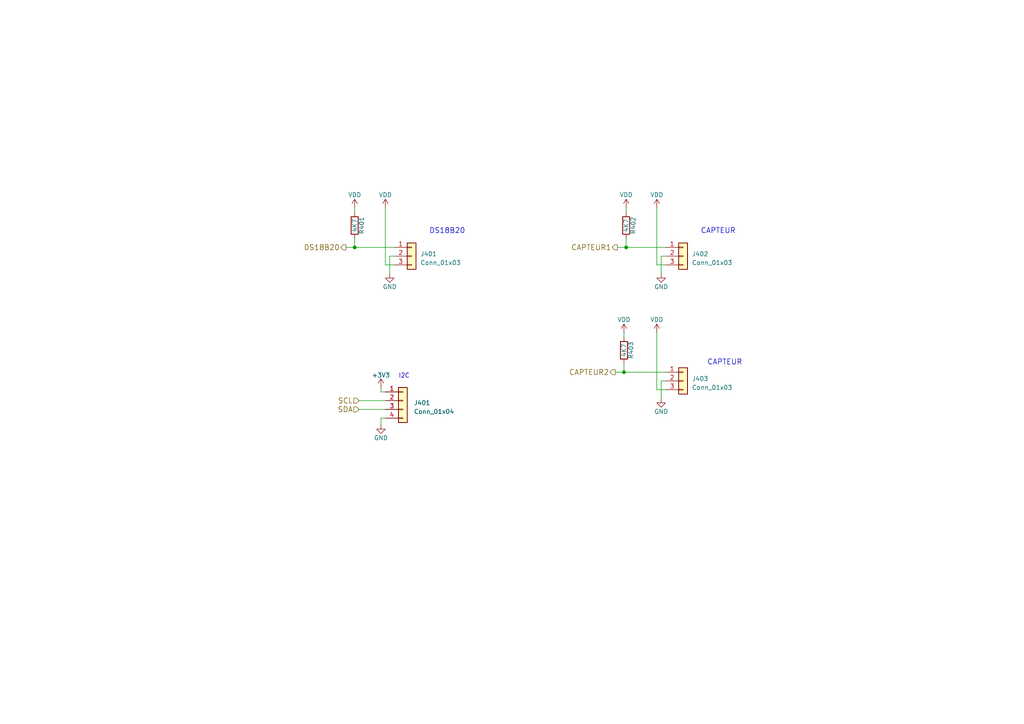
<source format=kicad_sch>
(kicad_sch
	(version 20231120)
	(generator "eeschema")
	(generator_version "8.0")
	(uuid "17c91c03-d547-456e-b19a-7a08102898e9")
	(paper "A4")
	(lib_symbols
		(symbol "Connector_Generic:Conn_01x03"
			(pin_names
				(offset 1.016) hide)
			(exclude_from_sim no)
			(in_bom yes)
			(on_board yes)
			(property "Reference" "J"
				(at 0 5.08 0)
				(effects
					(font
						(size 1.27 1.27)
					)
				)
			)
			(property "Value" "Conn_01x03"
				(at 0 -5.08 0)
				(effects
					(font
						(size 1.27 1.27)
					)
				)
			)
			(property "Footprint" ""
				(at 0 0 0)
				(effects
					(font
						(size 1.27 1.27)
					)
					(hide yes)
				)
			)
			(property "Datasheet" "~"
				(at 0 0 0)
				(effects
					(font
						(size 1.27 1.27)
					)
					(hide yes)
				)
			)
			(property "Description" "Generic connector, single row, 01x03, script generated (kicad-library-utils/schlib/autogen/connector/)"
				(at 0 0 0)
				(effects
					(font
						(size 1.27 1.27)
					)
					(hide yes)
				)
			)
			(property "ki_keywords" "connector"
				(at 0 0 0)
				(effects
					(font
						(size 1.27 1.27)
					)
					(hide yes)
				)
			)
			(property "ki_fp_filters" "Connector*:*_1x??_*"
				(at 0 0 0)
				(effects
					(font
						(size 1.27 1.27)
					)
					(hide yes)
				)
			)
			(symbol "Conn_01x03_1_1"
				(rectangle
					(start -1.27 -2.413)
					(end 0 -2.667)
					(stroke
						(width 0.1524)
						(type default)
					)
					(fill
						(type none)
					)
				)
				(rectangle
					(start -1.27 0.127)
					(end 0 -0.127)
					(stroke
						(width 0.1524)
						(type default)
					)
					(fill
						(type none)
					)
				)
				(rectangle
					(start -1.27 2.667)
					(end 0 2.413)
					(stroke
						(width 0.1524)
						(type default)
					)
					(fill
						(type none)
					)
				)
				(rectangle
					(start -1.27 3.81)
					(end 1.27 -3.81)
					(stroke
						(width 0.254)
						(type default)
					)
					(fill
						(type background)
					)
				)
				(pin passive line
					(at -5.08 2.54 0)
					(length 3.81)
					(name "Pin_1"
						(effects
							(font
								(size 1.27 1.27)
							)
						)
					)
					(number "1"
						(effects
							(font
								(size 1.27 1.27)
							)
						)
					)
				)
				(pin passive line
					(at -5.08 0 0)
					(length 3.81)
					(name "Pin_2"
						(effects
							(font
								(size 1.27 1.27)
							)
						)
					)
					(number "2"
						(effects
							(font
								(size 1.27 1.27)
							)
						)
					)
				)
				(pin passive line
					(at -5.08 -2.54 0)
					(length 3.81)
					(name "Pin_3"
						(effects
							(font
								(size 1.27 1.27)
							)
						)
					)
					(number "3"
						(effects
							(font
								(size 1.27 1.27)
							)
						)
					)
				)
			)
		)
		(symbol "Connector_Generic:Conn_01x04"
			(pin_names
				(offset 1.016) hide)
			(exclude_from_sim no)
			(in_bom yes)
			(on_board yes)
			(property "Reference" "J"
				(at 0 5.08 0)
				(effects
					(font
						(size 1.27 1.27)
					)
				)
			)
			(property "Value" "Conn_01x04"
				(at 0 -7.62 0)
				(effects
					(font
						(size 1.27 1.27)
					)
				)
			)
			(property "Footprint" ""
				(at 0 0 0)
				(effects
					(font
						(size 1.27 1.27)
					)
					(hide yes)
				)
			)
			(property "Datasheet" "~"
				(at 0 0 0)
				(effects
					(font
						(size 1.27 1.27)
					)
					(hide yes)
				)
			)
			(property "Description" "Generic connector, single row, 01x04, script generated (kicad-library-utils/schlib/autogen/connector/)"
				(at 0 0 0)
				(effects
					(font
						(size 1.27 1.27)
					)
					(hide yes)
				)
			)
			(property "ki_keywords" "connector"
				(at 0 0 0)
				(effects
					(font
						(size 1.27 1.27)
					)
					(hide yes)
				)
			)
			(property "ki_fp_filters" "Connector*:*_1x??_*"
				(at 0 0 0)
				(effects
					(font
						(size 1.27 1.27)
					)
					(hide yes)
				)
			)
			(symbol "Conn_01x04_1_1"
				(rectangle
					(start -1.27 -4.953)
					(end 0 -5.207)
					(stroke
						(width 0.1524)
						(type default)
					)
					(fill
						(type none)
					)
				)
				(rectangle
					(start -1.27 -2.413)
					(end 0 -2.667)
					(stroke
						(width 0.1524)
						(type default)
					)
					(fill
						(type none)
					)
				)
				(rectangle
					(start -1.27 0.127)
					(end 0 -0.127)
					(stroke
						(width 0.1524)
						(type default)
					)
					(fill
						(type none)
					)
				)
				(rectangle
					(start -1.27 2.667)
					(end 0 2.413)
					(stroke
						(width 0.1524)
						(type default)
					)
					(fill
						(type none)
					)
				)
				(rectangle
					(start -1.27 3.81)
					(end 1.27 -6.35)
					(stroke
						(width 0.254)
						(type default)
					)
					(fill
						(type background)
					)
				)
				(pin passive line
					(at -5.08 2.54 0)
					(length 3.81)
					(name "Pin_1"
						(effects
							(font
								(size 1.27 1.27)
							)
						)
					)
					(number "1"
						(effects
							(font
								(size 1.27 1.27)
							)
						)
					)
				)
				(pin passive line
					(at -5.08 0 0)
					(length 3.81)
					(name "Pin_2"
						(effects
							(font
								(size 1.27 1.27)
							)
						)
					)
					(number "2"
						(effects
							(font
								(size 1.27 1.27)
							)
						)
					)
				)
				(pin passive line
					(at -5.08 -2.54 0)
					(length 3.81)
					(name "Pin_3"
						(effects
							(font
								(size 1.27 1.27)
							)
						)
					)
					(number "3"
						(effects
							(font
								(size 1.27 1.27)
							)
						)
					)
				)
				(pin passive line
					(at -5.08 -5.08 0)
					(length 3.81)
					(name "Pin_4"
						(effects
							(font
								(size 1.27 1.27)
							)
						)
					)
					(number "4"
						(effects
							(font
								(size 1.27 1.27)
							)
						)
					)
				)
			)
		)
		(symbol "Device:R"
			(pin_numbers hide)
			(pin_names
				(offset 0)
			)
			(exclude_from_sim no)
			(in_bom yes)
			(on_board yes)
			(property "Reference" "R"
				(at 2.032 0 90)
				(effects
					(font
						(size 1.27 1.27)
					)
				)
			)
			(property "Value" "R"
				(at 0 0 90)
				(effects
					(font
						(size 1.27 1.27)
					)
				)
			)
			(property "Footprint" ""
				(at -1.778 0 90)
				(effects
					(font
						(size 1.27 1.27)
					)
					(hide yes)
				)
			)
			(property "Datasheet" "~"
				(at 0 0 0)
				(effects
					(font
						(size 1.27 1.27)
					)
					(hide yes)
				)
			)
			(property "Description" "Resistor"
				(at 0 0 0)
				(effects
					(font
						(size 1.27 1.27)
					)
					(hide yes)
				)
			)
			(property "ki_keywords" "R res resistor"
				(at 0 0 0)
				(effects
					(font
						(size 1.27 1.27)
					)
					(hide yes)
				)
			)
			(property "ki_fp_filters" "R_*"
				(at 0 0 0)
				(effects
					(font
						(size 1.27 1.27)
					)
					(hide yes)
				)
			)
			(symbol "R_0_1"
				(rectangle
					(start -1.016 -2.54)
					(end 1.016 2.54)
					(stroke
						(width 0.254)
						(type default)
					)
					(fill
						(type none)
					)
				)
			)
			(symbol "R_1_1"
				(pin passive line
					(at 0 3.81 270)
					(length 1.27)
					(name "~"
						(effects
							(font
								(size 1.27 1.27)
							)
						)
					)
					(number "1"
						(effects
							(font
								(size 1.27 1.27)
							)
						)
					)
				)
				(pin passive line
					(at 0 -3.81 90)
					(length 1.27)
					(name "~"
						(effects
							(font
								(size 1.27 1.27)
							)
						)
					)
					(number "2"
						(effects
							(font
								(size 1.27 1.27)
							)
						)
					)
				)
			)
		)
		(symbol "power:+3V3"
			(power)
			(pin_names
				(offset 0)
			)
			(exclude_from_sim no)
			(in_bom yes)
			(on_board yes)
			(property "Reference" "#PWR"
				(at 0 -3.81 0)
				(effects
					(font
						(size 1.27 1.27)
					)
					(hide yes)
				)
			)
			(property "Value" "+3V3"
				(at 0 3.556 0)
				(effects
					(font
						(size 1.27 1.27)
					)
				)
			)
			(property "Footprint" ""
				(at 0 0 0)
				(effects
					(font
						(size 1.27 1.27)
					)
					(hide yes)
				)
			)
			(property "Datasheet" ""
				(at 0 0 0)
				(effects
					(font
						(size 1.27 1.27)
					)
					(hide yes)
				)
			)
			(property "Description" "Power symbol creates a global label with name \"+3V3\""
				(at 0 0 0)
				(effects
					(font
						(size 1.27 1.27)
					)
					(hide yes)
				)
			)
			(property "ki_keywords" "global power"
				(at 0 0 0)
				(effects
					(font
						(size 1.27 1.27)
					)
					(hide yes)
				)
			)
			(symbol "+3V3_0_1"
				(polyline
					(pts
						(xy -0.762 1.27) (xy 0 2.54)
					)
					(stroke
						(width 0)
						(type default)
					)
					(fill
						(type none)
					)
				)
				(polyline
					(pts
						(xy 0 0) (xy 0 2.54)
					)
					(stroke
						(width 0)
						(type default)
					)
					(fill
						(type none)
					)
				)
				(polyline
					(pts
						(xy 0 2.54) (xy 0.762 1.27)
					)
					(stroke
						(width 0)
						(type default)
					)
					(fill
						(type none)
					)
				)
			)
			(symbol "+3V3_1_1"
				(pin power_in line
					(at 0 0 90)
					(length 0) hide
					(name "+3V3"
						(effects
							(font
								(size 1.27 1.27)
							)
						)
					)
					(number "1"
						(effects
							(font
								(size 1.27 1.27)
							)
						)
					)
				)
			)
		)
		(symbol "power:GND"
			(power)
			(pin_names
				(offset 0)
			)
			(exclude_from_sim no)
			(in_bom yes)
			(on_board yes)
			(property "Reference" "#PWR"
				(at 0 -6.35 0)
				(effects
					(font
						(size 1.27 1.27)
					)
					(hide yes)
				)
			)
			(property "Value" "GND"
				(at 0 -3.81 0)
				(effects
					(font
						(size 1.27 1.27)
					)
				)
			)
			(property "Footprint" ""
				(at 0 0 0)
				(effects
					(font
						(size 1.27 1.27)
					)
					(hide yes)
				)
			)
			(property "Datasheet" ""
				(at 0 0 0)
				(effects
					(font
						(size 1.27 1.27)
					)
					(hide yes)
				)
			)
			(property "Description" "Power symbol creates a global label with name \"GND\" , ground"
				(at 0 0 0)
				(effects
					(font
						(size 1.27 1.27)
					)
					(hide yes)
				)
			)
			(property "ki_keywords" "global power"
				(at 0 0 0)
				(effects
					(font
						(size 1.27 1.27)
					)
					(hide yes)
				)
			)
			(symbol "GND_0_1"
				(polyline
					(pts
						(xy 0 0) (xy 0 -1.27) (xy 1.27 -1.27) (xy 0 -2.54) (xy -1.27 -1.27) (xy 0 -1.27)
					)
					(stroke
						(width 0)
						(type default)
					)
					(fill
						(type none)
					)
				)
			)
			(symbol "GND_1_1"
				(pin power_in line
					(at 0 0 270)
					(length 0) hide
					(name "GND"
						(effects
							(font
								(size 1.27 1.27)
							)
						)
					)
					(number "1"
						(effects
							(font
								(size 1.27 1.27)
							)
						)
					)
				)
			)
		)
		(symbol "power:VDD"
			(power)
			(pin_names
				(offset 0)
			)
			(exclude_from_sim no)
			(in_bom yes)
			(on_board yes)
			(property "Reference" "#PWR"
				(at 0 -3.81 0)
				(effects
					(font
						(size 1.27 1.27)
					)
					(hide yes)
				)
			)
			(property "Value" "VDD"
				(at 0 3.81 0)
				(effects
					(font
						(size 1.27 1.27)
					)
				)
			)
			(property "Footprint" ""
				(at 0 0 0)
				(effects
					(font
						(size 1.27 1.27)
					)
					(hide yes)
				)
			)
			(property "Datasheet" ""
				(at 0 0 0)
				(effects
					(font
						(size 1.27 1.27)
					)
					(hide yes)
				)
			)
			(property "Description" "Power symbol creates a global label with name \"VDD\""
				(at 0 0 0)
				(effects
					(font
						(size 1.27 1.27)
					)
					(hide yes)
				)
			)
			(property "ki_keywords" "global power"
				(at 0 0 0)
				(effects
					(font
						(size 1.27 1.27)
					)
					(hide yes)
				)
			)
			(symbol "VDD_0_1"
				(polyline
					(pts
						(xy -0.762 1.27) (xy 0 2.54)
					)
					(stroke
						(width 0)
						(type default)
					)
					(fill
						(type none)
					)
				)
				(polyline
					(pts
						(xy 0 0) (xy 0 2.54)
					)
					(stroke
						(width 0)
						(type default)
					)
					(fill
						(type none)
					)
				)
				(polyline
					(pts
						(xy 0 2.54) (xy 0.762 1.27)
					)
					(stroke
						(width 0)
						(type default)
					)
					(fill
						(type none)
					)
				)
			)
			(symbol "VDD_1_1"
				(pin power_in line
					(at 0 0 90)
					(length 0) hide
					(name "VDD"
						(effects
							(font
								(size 1.27 1.27)
							)
						)
					)
					(number "1"
						(effects
							(font
								(size 1.27 1.27)
							)
						)
					)
				)
			)
		)
	)
	(junction
		(at 180.975 107.95)
		(diameter 0)
		(color 0 0 0 0)
		(uuid "09e4736d-a823-4f64-9ce4-390f3e996278")
	)
	(junction
		(at 102.87 71.755)
		(diameter 0)
		(color 0 0 0 0)
		(uuid "45faf7da-ed31-45b5-b073-fea3192890fc")
	)
	(junction
		(at 181.61 71.755)
		(diameter 0)
		(color 0 0 0 0)
		(uuid "7e46d75e-d9e9-4813-a2bf-d3a6f2ec9540")
	)
	(wire
		(pts
			(xy 104.14 118.745) (xy 111.76 118.745)
		)
		(stroke
			(width 0)
			(type default)
		)
		(uuid "05231435-ddcb-42e3-8787-a324bc372ce0")
	)
	(wire
		(pts
			(xy 113.03 74.295) (xy 113.03 79.375)
		)
		(stroke
			(width 0)
			(type default)
		)
		(uuid "12d39ce3-3107-45fa-a8de-4ced8b723eea")
	)
	(wire
		(pts
			(xy 102.87 69.215) (xy 102.87 71.755)
		)
		(stroke
			(width 0)
			(type default)
		)
		(uuid "183105c6-ca89-4a25-a57e-8f6b034b846d")
	)
	(wire
		(pts
			(xy 102.87 71.755) (xy 114.3 71.755)
		)
		(stroke
			(width 0)
			(type default)
		)
		(uuid "1a51e9b6-d33c-4683-8b45-1fc8fdc8dbb5")
	)
	(wire
		(pts
			(xy 100.33 71.755) (xy 102.87 71.755)
		)
		(stroke
			(width 0)
			(type default)
		)
		(uuid "24aa1422-77fe-4dc1-9e93-fa14cbe03a17")
	)
	(wire
		(pts
			(xy 193.04 74.295) (xy 191.77 74.295)
		)
		(stroke
			(width 0)
			(type default)
		)
		(uuid "2a839925-0260-44e7-8093-edc1c4919aaa")
	)
	(wire
		(pts
			(xy 110.49 123.19) (xy 110.49 121.285)
		)
		(stroke
			(width 0)
			(type default)
		)
		(uuid "3434719d-69b1-4ccb-9416-fd9cf7e0938f")
	)
	(wire
		(pts
			(xy 110.49 113.665) (xy 111.76 113.665)
		)
		(stroke
			(width 0)
			(type default)
		)
		(uuid "3bbfa2ff-c852-4850-9f28-0cdf691ab4cd")
	)
	(wire
		(pts
			(xy 110.49 121.285) (xy 111.76 121.285)
		)
		(stroke
			(width 0)
			(type default)
		)
		(uuid "48804f5f-38bc-45cf-82ed-212b16d4665f")
	)
	(wire
		(pts
			(xy 111.76 76.835) (xy 114.3 76.835)
		)
		(stroke
			(width 0)
			(type default)
		)
		(uuid "49e82fe7-bbf9-4b64-a355-56708bb07882")
	)
	(wire
		(pts
			(xy 181.61 71.755) (xy 193.04 71.755)
		)
		(stroke
			(width 0)
			(type default)
		)
		(uuid "4dfe9fb9-9e45-4d30-b0e8-7dc61a077c20")
	)
	(wire
		(pts
			(xy 190.5 60.325) (xy 190.5 76.835)
		)
		(stroke
			(width 0)
			(type default)
		)
		(uuid "57503fd7-6533-4261-8505-86f13f586122")
	)
	(wire
		(pts
			(xy 193.04 110.49) (xy 191.77 110.49)
		)
		(stroke
			(width 0)
			(type default)
		)
		(uuid "6c224428-37c3-470b-bce5-b3ffab1fdc29")
	)
	(wire
		(pts
			(xy 180.975 107.95) (xy 193.04 107.95)
		)
		(stroke
			(width 0)
			(type default)
		)
		(uuid "762cb46d-4fc8-49fb-83e6-3db21a1bfc45")
	)
	(wire
		(pts
			(xy 111.76 60.325) (xy 111.76 76.835)
		)
		(stroke
			(width 0)
			(type default)
		)
		(uuid "789cf384-9d70-4a44-9278-61636f30d036")
	)
	(wire
		(pts
			(xy 102.87 60.325) (xy 102.87 61.595)
		)
		(stroke
			(width 0)
			(type default)
		)
		(uuid "7e3fc6df-504d-4693-83c3-bfbfd15ac475")
	)
	(wire
		(pts
			(xy 190.5 113.03) (xy 193.04 113.03)
		)
		(stroke
			(width 0)
			(type default)
		)
		(uuid "a119931b-a735-4488-bcaf-88a6703802b3")
	)
	(wire
		(pts
			(xy 178.435 107.95) (xy 180.975 107.95)
		)
		(stroke
			(width 0)
			(type default)
		)
		(uuid "a2849852-2659-426f-a193-96e7ee887999")
	)
	(wire
		(pts
			(xy 181.61 69.215) (xy 181.61 71.755)
		)
		(stroke
			(width 0)
			(type default)
		)
		(uuid "bfe02f52-e988-4dff-82fe-05afa12c48b2")
	)
	(wire
		(pts
			(xy 179.07 71.755) (xy 181.61 71.755)
		)
		(stroke
			(width 0)
			(type default)
		)
		(uuid "bff31ed1-b3a3-419f-afc1-73ec9a8662c2")
	)
	(wire
		(pts
			(xy 181.61 60.325) (xy 181.61 61.595)
		)
		(stroke
			(width 0)
			(type default)
		)
		(uuid "c1518c9a-d208-4471-ac72-bb1a772a7b2c")
	)
	(wire
		(pts
			(xy 191.77 74.295) (xy 191.77 79.375)
		)
		(stroke
			(width 0)
			(type default)
		)
		(uuid "c4f9bf27-a36f-4dec-8071-f567bcbb18c7")
	)
	(wire
		(pts
			(xy 191.77 110.49) (xy 191.77 115.57)
		)
		(stroke
			(width 0)
			(type default)
		)
		(uuid "d00fec1e-7a01-48b4-b39a-20f804dbb912")
	)
	(wire
		(pts
			(xy 180.975 105.41) (xy 180.975 107.95)
		)
		(stroke
			(width 0)
			(type default)
		)
		(uuid "d3c5fc26-45f8-46dc-b032-e9be0fcfd41b")
	)
	(wire
		(pts
			(xy 190.5 96.52) (xy 190.5 113.03)
		)
		(stroke
			(width 0)
			(type default)
		)
		(uuid "d688e4e9-7d5c-47e1-8126-0698a735d8c7")
	)
	(wire
		(pts
			(xy 190.5 76.835) (xy 193.04 76.835)
		)
		(stroke
			(width 0)
			(type default)
		)
		(uuid "d6e53d7b-edff-4c25-85cc-f02da723fa8a")
	)
	(wire
		(pts
			(xy 180.975 96.52) (xy 180.975 97.79)
		)
		(stroke
			(width 0)
			(type default)
		)
		(uuid "e835a31c-8198-4f05-8dc2-50c82e0adbe2")
	)
	(wire
		(pts
			(xy 114.3 74.295) (xy 113.03 74.295)
		)
		(stroke
			(width 0)
			(type default)
		)
		(uuid "e9563202-3901-4132-8ebc-be757fed9e09")
	)
	(wire
		(pts
			(xy 104.14 116.205) (xy 111.76 116.205)
		)
		(stroke
			(width 0)
			(type default)
		)
		(uuid "f1bf6581-0631-463e-bccf-56b08e997b03")
	)
	(wire
		(pts
			(xy 110.49 112.395) (xy 110.49 113.665)
		)
		(stroke
			(width 0)
			(type default)
		)
		(uuid "fbc01a88-b919-4aa0-85b4-1155c55d8f7c")
	)
	(text "CAPTEUR"
		(exclude_from_sim no)
		(at 205.105 106.045 0)
		(effects
			(font
				(size 1.524 1.524)
			)
			(justify left bottom)
		)
		(uuid "72bf884e-7aad-4e5a-a8ef-36597cff07ba")
	)
	(text "CAPTEUR"
		(exclude_from_sim no)
		(at 203.2 67.945 0)
		(effects
			(font
				(size 1.524 1.524)
			)
			(justify left bottom)
		)
		(uuid "81d279ae-3185-4dee-8212-c363c7d3a36b")
	)
	(text "DS18B20"
		(exclude_from_sim no)
		(at 124.46 67.945 0)
		(effects
			(font
				(size 1.524 1.524)
			)
			(justify left bottom)
		)
		(uuid "83dfde32-77c4-4bbb-b40d-77282defb029")
	)
	(text "I2C"
		(exclude_from_sim no)
		(at 115.57 109.855 0)
		(effects
			(font
				(size 1.27 1.27)
			)
			(justify left bottom)
		)
		(uuid "e48b7540-d2b2-424f-ac08-63b4ae2f4d95")
	)
	(hierarchical_label "SDA"
		(shape input)
		(at 104.14 118.745 180)
		(fields_autoplaced yes)
		(effects
			(font
				(size 1.524 1.524)
			)
			(justify right)
		)
		(uuid "1ed8cde3-331d-4062-895f-e5141e323496")
	)
	(hierarchical_label "CAPTEUR2"
		(shape output)
		(at 178.435 107.95 180)
		(fields_autoplaced yes)
		(effects
			(font
				(size 1.524 1.524)
			)
			(justify right)
		)
		(uuid "5e8fa98c-9644-41ca-8ec0-984c7cad7415")
	)
	(hierarchical_label "CAPTEUR1"
		(shape output)
		(at 179.07 71.755 180)
		(fields_autoplaced yes)
		(effects
			(font
				(size 1.524 1.524)
			)
			(justify right)
		)
		(uuid "635456d7-2fd1-413e-a5b3-276d012fb90a")
	)
	(hierarchical_label "DS18B20"
		(shape output)
		(at 100.33 71.755 180)
		(fields_autoplaced yes)
		(effects
			(font
				(size 1.524 1.524)
			)
			(justify right)
		)
		(uuid "66677bac-b4b1-4edf-9ddf-2c120a24df23")
	)
	(hierarchical_label "SCL"
		(shape input)
		(at 104.14 116.205 180)
		(fields_autoplaced yes)
		(effects
			(font
				(size 1.524 1.524)
			)
			(justify right)
		)
		(uuid "e7821dc2-992e-4a02-8c64-c83c7ca19ed4")
	)
	(symbol
		(lib_id "Connector_Generic:Conn_01x03")
		(at 198.12 110.49 0)
		(unit 1)
		(exclude_from_sim no)
		(in_bom yes)
		(on_board yes)
		(dnp no)
		(fields_autoplaced yes)
		(uuid "21e8bf2f-1399-4b22-a6ea-ac0b460470e4")
		(property "Reference" "J403"
			(at 200.66 109.855 0)
			(effects
				(font
					(size 1.27 1.27)
				)
				(justify left)
			)
		)
		(property "Value" "Conn_01x03"
			(at 200.66 112.395 0)
			(effects
				(font
					(size 1.27 1.27)
				)
				(justify left)
			)
		)
		(property "Footprint" "Connector_JST:JST_PH_B3B-PH-K_1x03_P2.00mm_Vertical"
			(at 198.12 110.49 0)
			(effects
				(font
					(size 1.27 1.27)
				)
				(hide yes)
			)
		)
		(property "Datasheet" "~"
			(at 198.12 110.49 0)
			(effects
				(font
					(size 1.27 1.27)
				)
				(hide yes)
			)
		)
		(property "Description" ""
			(at 198.12 110.49 0)
			(effects
				(font
					(size 1.27 1.27)
				)
				(hide yes)
			)
		)
		(pin "1"
			(uuid "a72dcf46-b0fe-43f5-9caa-87dab5b8a661")
		)
		(pin "2"
			(uuid "ac6d0bb6-9151-4489-a3b9-5dcfa2d0fce6")
		)
		(pin "3"
			(uuid "66018626-ccd0-4558-95b6-d18202cd7eec")
		)
		(instances
			(project "PoulTryMonitoring V3-4"
				(path "/71962616-703a-4f3e-b897-dd3f13246214/00000000-0000-0000-0000-00005a84a231"
					(reference "J403")
					(unit 1)
				)
			)
			(project "EcranTFT2.8"
				(path "/dbada24b-ff3e-46c1-af93-5602227a7947/f1ef3591-552a-434e-a85e-88cb758e23d9"
					(reference "J404")
					(unit 1)
				)
			)
		)
	)
	(symbol
		(lib_id "power:GND")
		(at 191.77 115.57 0)
		(unit 1)
		(exclude_from_sim no)
		(in_bom yes)
		(on_board yes)
		(dnp no)
		(uuid "2db6dc03-168a-4dcd-a19e-95499fec5c4b")
		(property "Reference" "#PWR050"
			(at 191.77 121.92 0)
			(effects
				(font
					(size 1.27 1.27)
				)
				(hide yes)
			)
		)
		(property "Value" "GND"
			(at 191.77 119.38 0)
			(effects
				(font
					(size 1.27 1.27)
				)
			)
		)
		(property "Footprint" ""
			(at 191.77 115.57 0)
			(effects
				(font
					(size 1.27 1.27)
				)
				(hide yes)
			)
		)
		(property "Datasheet" ""
			(at 191.77 115.57 0)
			(effects
				(font
					(size 1.27 1.27)
				)
				(hide yes)
			)
		)
		(property "Description" ""
			(at 191.77 115.57 0)
			(effects
				(font
					(size 1.27 1.27)
				)
				(hide yes)
			)
		)
		(pin "1"
			(uuid "16b981aa-c9bb-4a30-afde-857329f21dd6")
		)
		(instances
			(project "PoulTryMonitoring V3-4"
				(path "/71962616-703a-4f3e-b897-dd3f13246214/00000000-0000-0000-0000-00005a84a231"
					(reference "#PWR050")
					(unit 1)
				)
			)
			(project "EcranTFT2.8"
				(path "/dbada24b-ff3e-46c1-af93-5602227a7947/f1ef3591-552a-434e-a85e-88cb758e23d9"
					(reference "#PWR0414")
					(unit 1)
				)
			)
		)
	)
	(symbol
		(lib_id "power:VDD")
		(at 190.5 96.52 0)
		(unit 1)
		(exclude_from_sim no)
		(in_bom yes)
		(on_board yes)
		(dnp no)
		(uuid "2eef920d-c695-4805-ab2b-32e7b70b542c")
		(property "Reference" "#PWR0401"
			(at 190.5 100.33 0)
			(effects
				(font
					(size 1.27 1.27)
				)
				(hide yes)
			)
		)
		(property "Value" "VDD"
			(at 190.5 92.71 0)
			(effects
				(font
					(size 1.27 1.27)
				)
			)
		)
		(property "Footprint" ""
			(at 190.5 96.52 0)
			(effects
				(font
					(size 1.27 1.27)
				)
				(hide yes)
			)
		)
		(property "Datasheet" ""
			(at 190.5 96.52 0)
			(effects
				(font
					(size 1.27 1.27)
				)
				(hide yes)
			)
		)
		(property "Description" ""
			(at 190.5 96.52 0)
			(effects
				(font
					(size 1.27 1.27)
				)
				(hide yes)
			)
		)
		(pin "1"
			(uuid "f132fd77-3670-436d-91af-bfef6d1b8e82")
		)
		(instances
			(project "PoulTryMonitoring V3-4"
				(path "/71962616-703a-4f3e-b897-dd3f13246214/00000000-0000-0000-0000-00005a84a231"
					(reference "#PWR0401")
					(unit 1)
				)
			)
			(project "EcranTFT2.8"
				(path "/dbada24b-ff3e-46c1-af93-5602227a7947/f1ef3591-552a-434e-a85e-88cb758e23d9"
					(reference "#PWR0412")
					(unit 1)
				)
			)
		)
	)
	(symbol
		(lib_id "power:VDD")
		(at 181.61 60.325 0)
		(unit 1)
		(exclude_from_sim no)
		(in_bom yes)
		(on_board yes)
		(dnp no)
		(uuid "3bdf6666-b5ff-4aa4-aee2-5e9ec7e392e0")
		(property "Reference" "#PWR047"
			(at 181.61 64.135 0)
			(effects
				(font
					(size 1.27 1.27)
				)
				(hide yes)
			)
		)
		(property "Value" "VDD"
			(at 181.61 56.515 0)
			(effects
				(font
					(size 1.27 1.27)
				)
			)
		)
		(property "Footprint" ""
			(at 181.61 60.325 0)
			(effects
				(font
					(size 1.27 1.27)
				)
				(hide yes)
			)
		)
		(property "Datasheet" ""
			(at 181.61 60.325 0)
			(effects
				(font
					(size 1.27 1.27)
				)
				(hide yes)
			)
		)
		(property "Description" ""
			(at 181.61 60.325 0)
			(effects
				(font
					(size 1.27 1.27)
				)
				(hide yes)
			)
		)
		(pin "1"
			(uuid "57fbfcf7-1609-44a0-bda4-1c3db600cb04")
		)
		(instances
			(project "PoulTryMonitoring V3-4"
				(path "/71962616-703a-4f3e-b897-dd3f13246214/00000000-0000-0000-0000-00005a84a231"
					(reference "#PWR047")
					(unit 1)
				)
			)
			(project "EcranTFT2.8"
				(path "/dbada24b-ff3e-46c1-af93-5602227a7947/f1ef3591-552a-434e-a85e-88cb758e23d9"
					(reference "#PWR0409")
					(unit 1)
				)
			)
		)
	)
	(symbol
		(lib_id "Device:R")
		(at 102.87 65.405 0)
		(unit 1)
		(exclude_from_sim no)
		(in_bom yes)
		(on_board yes)
		(dnp no)
		(uuid "4db5e008-9d9c-417c-b13e-6019d0e1628f")
		(property "Reference" "R401"
			(at 104.902 65.405 90)
			(effects
				(font
					(size 1.27 1.27)
				)
			)
		)
		(property "Value" "4K7"
			(at 102.87 65.405 90)
			(effects
				(font
					(size 1.27 1.27)
				)
			)
		)
		(property "Footprint" "Luc_Kicad:CMS_1206"
			(at 101.092 65.405 90)
			(effects
				(font
					(size 1.27 1.27)
				)
				(hide yes)
			)
		)
		(property "Datasheet" ""
			(at 102.87 65.405 0)
			(effects
				(font
					(size 1.27 1.27)
				)
				(hide yes)
			)
		)
		(property "Description" ""
			(at 102.87 65.405 0)
			(effects
				(font
					(size 1.27 1.27)
				)
				(hide yes)
			)
		)
		(pin "1"
			(uuid "379084fd-39ef-4b58-a939-fb26c989802b")
		)
		(pin "2"
			(uuid "2131f46b-683b-411d-8208-693f830b6d92")
		)
		(instances
			(project "PoulTryMonitoring V3-4"
				(path "/71962616-703a-4f3e-b897-dd3f13246214/00000000-0000-0000-0000-00005a84a231"
					(reference "R401")
					(unit 1)
				)
			)
			(project "EcranTFT2.8"
				(path "/dbada24b-ff3e-46c1-af93-5602227a7947/f1ef3591-552a-434e-a85e-88cb758e23d9"
					(reference "R401")
					(unit 1)
				)
			)
		)
	)
	(symbol
		(lib_id "power:GND")
		(at 113.03 79.375 0)
		(unit 1)
		(exclude_from_sim no)
		(in_bom yes)
		(on_board yes)
		(dnp no)
		(uuid "5d16ec52-d03a-43eb-9445-eab0f1b0bc0e")
		(property "Reference" "#PWR044"
			(at 113.03 85.725 0)
			(effects
				(font
					(size 1.27 1.27)
				)
				(hide yes)
			)
		)
		(property "Value" "GND"
			(at 113.03 83.185 0)
			(effects
				(font
					(size 1.27 1.27)
				)
			)
		)
		(property "Footprint" ""
			(at 113.03 79.375 0)
			(effects
				(font
					(size 1.27 1.27)
				)
				(hide yes)
			)
		)
		(property "Datasheet" ""
			(at 113.03 79.375 0)
			(effects
				(font
					(size 1.27 1.27)
				)
				(hide yes)
			)
		)
		(property "Description" ""
			(at 113.03 79.375 0)
			(effects
				(font
					(size 1.27 1.27)
				)
				(hide yes)
			)
		)
		(pin "1"
			(uuid "b17e9651-edca-4b82-903f-51ab9655365d")
		)
		(instances
			(project "PoulTryMonitoring V3-4"
				(path "/71962616-703a-4f3e-b897-dd3f13246214/00000000-0000-0000-0000-00005a84a231"
					(reference "#PWR044")
					(unit 1)
				)
			)
			(project "EcranTFT2.8"
				(path "/dbada24b-ff3e-46c1-af93-5602227a7947/f1ef3591-552a-434e-a85e-88cb758e23d9"
					(reference "#PWR0406")
					(unit 1)
				)
			)
		)
	)
	(symbol
		(lib_id "Connector_Generic:Conn_01x04")
		(at 116.84 116.205 0)
		(unit 1)
		(exclude_from_sim no)
		(in_bom yes)
		(on_board yes)
		(dnp no)
		(fields_autoplaced yes)
		(uuid "73d6d17d-ddc2-456b-b526-7a9fee9ca34a")
		(property "Reference" "J401"
			(at 120.015 116.84 0)
			(effects
				(font
					(size 1.27 1.27)
				)
				(justify left)
			)
		)
		(property "Value" "Conn_01x04"
			(at 120.015 119.38 0)
			(effects
				(font
					(size 1.27 1.27)
				)
				(justify left)
			)
		)
		(property "Footprint" "Connector_JST:JST_PH_B4B-PH-K_1x04_P2.00mm_Vertical"
			(at 116.84 116.205 0)
			(effects
				(font
					(size 1.27 1.27)
				)
				(hide yes)
			)
		)
		(property "Datasheet" "~"
			(at 116.84 116.205 0)
			(effects
				(font
					(size 1.27 1.27)
				)
				(hide yes)
			)
		)
		(property "Description" ""
			(at 116.84 116.205 0)
			(effects
				(font
					(size 1.27 1.27)
				)
				(hide yes)
			)
		)
		(pin "1"
			(uuid "dd78666a-581c-4d9b-8c8c-0369f00bbb71")
		)
		(pin "2"
			(uuid "25099cfa-8ef8-4e62-a6ad-5d2499f5ed0f")
		)
		(pin "3"
			(uuid "9baf251c-9739-4448-8c30-04afd831eb2e")
		)
		(pin "4"
			(uuid "00ba3f44-5563-411e-a9f1-80108444d4b8")
		)
		(instances
			(project "EcranTFT2.8"
				(path "/dbada24b-ff3e-46c1-af93-5602227a7947/f1ef3591-552a-434e-a85e-88cb758e23d9"
					(reference "J401")
					(unit 1)
				)
			)
		)
	)
	(symbol
		(lib_id "power:GND")
		(at 191.77 79.375 0)
		(unit 1)
		(exclude_from_sim no)
		(in_bom yes)
		(on_board yes)
		(dnp no)
		(uuid "82a182dc-4448-48ef-97e1-3f23b041af4a")
		(property "Reference" "#PWR045"
			(at 191.77 85.725 0)
			(effects
				(font
					(size 1.27 1.27)
				)
				(hide yes)
			)
		)
		(property "Value" "GND"
			(at 191.77 83.185 0)
			(effects
				(font
					(size 1.27 1.27)
				)
			)
		)
		(property "Footprint" ""
			(at 191.77 79.375 0)
			(effects
				(font
					(size 1.27 1.27)
				)
				(hide yes)
			)
		)
		(property "Datasheet" ""
			(at 191.77 79.375 0)
			(effects
				(font
					(size 1.27 1.27)
				)
				(hide yes)
			)
		)
		(property "Description" ""
			(at 191.77 79.375 0)
			(effects
				(font
					(size 1.27 1.27)
				)
				(hide yes)
			)
		)
		(pin "1"
			(uuid "a354ee1d-bf7e-4b03-bf54-d031feff1cd0")
		)
		(instances
			(project "PoulTryMonitoring V3-4"
				(path "/71962616-703a-4f3e-b897-dd3f13246214/00000000-0000-0000-0000-00005a84a231"
					(reference "#PWR045")
					(unit 1)
				)
			)
			(project "EcranTFT2.8"
				(path "/dbada24b-ff3e-46c1-af93-5602227a7947/f1ef3591-552a-434e-a85e-88cb758e23d9"
					(reference "#PWR0413")
					(unit 1)
				)
			)
		)
	)
	(symbol
		(lib_id "power:VDD")
		(at 111.76 60.325 0)
		(unit 1)
		(exclude_from_sim no)
		(in_bom yes)
		(on_board yes)
		(dnp no)
		(uuid "9630bbb1-1283-42c1-b21f-f141a14a20b5")
		(property "Reference" "#PWR048"
			(at 111.76 64.135 0)
			(effects
				(font
					(size 1.27 1.27)
				)
				(hide yes)
			)
		)
		(property "Value" "VDD"
			(at 111.76 56.515 0)
			(effects
				(font
					(size 1.27 1.27)
				)
			)
		)
		(property "Footprint" ""
			(at 111.76 60.325 0)
			(effects
				(font
					(size 1.27 1.27)
				)
				(hide yes)
			)
		)
		(property "Datasheet" ""
			(at 111.76 60.325 0)
			(effects
				(font
					(size 1.27 1.27)
				)
				(hide yes)
			)
		)
		(property "Description" ""
			(at 111.76 60.325 0)
			(effects
				(font
					(size 1.27 1.27)
				)
				(hide yes)
			)
		)
		(pin "1"
			(uuid "1e40a82d-9516-4875-98f3-cc2486b188c5")
		)
		(instances
			(project "PoulTryMonitoring V3-4"
				(path "/71962616-703a-4f3e-b897-dd3f13246214/00000000-0000-0000-0000-00005a84a231"
					(reference "#PWR048")
					(unit 1)
				)
			)
			(project "EcranTFT2.8"
				(path "/dbada24b-ff3e-46c1-af93-5602227a7947/f1ef3591-552a-434e-a85e-88cb758e23d9"
					(reference "#PWR0405")
					(unit 1)
				)
			)
		)
	)
	(symbol
		(lib_id "Connector_Generic:Conn_01x03")
		(at 198.12 74.295 0)
		(unit 1)
		(exclude_from_sim no)
		(in_bom yes)
		(on_board yes)
		(dnp no)
		(fields_autoplaced yes)
		(uuid "9d137186-79d2-40b6-b993-6eb1a6903e88")
		(property "Reference" "J402"
			(at 200.66 73.66 0)
			(effects
				(font
					(size 1.27 1.27)
				)
				(justify left)
			)
		)
		(property "Value" "Conn_01x03"
			(at 200.66 76.2 0)
			(effects
				(font
					(size 1.27 1.27)
				)
				(justify left)
			)
		)
		(property "Footprint" "Connector_JST:JST_PH_B3B-PH-K_1x03_P2.00mm_Vertical"
			(at 198.12 74.295 0)
			(effects
				(font
					(size 1.27 1.27)
				)
				(hide yes)
			)
		)
		(property "Datasheet" "~"
			(at 198.12 74.295 0)
			(effects
				(font
					(size 1.27 1.27)
				)
				(hide yes)
			)
		)
		(property "Description" ""
			(at 198.12 74.295 0)
			(effects
				(font
					(size 1.27 1.27)
				)
				(hide yes)
			)
		)
		(pin "1"
			(uuid "df0abd33-2d21-43b3-9d7f-eb013fd5f801")
		)
		(pin "2"
			(uuid "99a2b36e-fd64-474d-a7ac-a04bd930e0da")
		)
		(pin "3"
			(uuid "706a85dc-107f-4629-9a51-d22824aa70c9")
		)
		(instances
			(project "PoulTryMonitoring V3-4"
				(path "/71962616-703a-4f3e-b897-dd3f13246214/00000000-0000-0000-0000-00005a84a231"
					(reference "J402")
					(unit 1)
				)
			)
			(project "EcranTFT2.8"
				(path "/dbada24b-ff3e-46c1-af93-5602227a7947/f1ef3591-552a-434e-a85e-88cb758e23d9"
					(reference "J403")
					(unit 1)
				)
			)
		)
	)
	(symbol
		(lib_id "Device:R")
		(at 181.61 65.405 0)
		(unit 1)
		(exclude_from_sim no)
		(in_bom yes)
		(on_board yes)
		(dnp no)
		(uuid "b0016e7b-a408-4046-98fd-01e5d701e4cd")
		(property "Reference" "R402"
			(at 183.642 65.405 90)
			(effects
				(font
					(size 1.27 1.27)
				)
			)
		)
		(property "Value" "4K7"
			(at 181.61 65.405 90)
			(effects
				(font
					(size 1.27 1.27)
				)
			)
		)
		(property "Footprint" "Luc_Kicad:CMS_1206"
			(at 179.832 65.405 90)
			(effects
				(font
					(size 1.27 1.27)
				)
				(hide yes)
			)
		)
		(property "Datasheet" ""
			(at 181.61 65.405 0)
			(effects
				(font
					(size 1.27 1.27)
				)
				(hide yes)
			)
		)
		(property "Description" ""
			(at 181.61 65.405 0)
			(effects
				(font
					(size 1.27 1.27)
				)
				(hide yes)
			)
		)
		(pin "1"
			(uuid "67710b85-7509-4f08-b838-73e67798b8a9")
		)
		(pin "2"
			(uuid "796bb889-9dd0-4efd-b4c2-1e88d28e39a0")
		)
		(instances
			(project "PoulTryMonitoring V3-4"
				(path "/71962616-703a-4f3e-b897-dd3f13246214/00000000-0000-0000-0000-00005a84a231"
					(reference "R402")
					(unit 1)
				)
			)
			(project "EcranTFT2.8"
				(path "/dbada24b-ff3e-46c1-af93-5602227a7947/f1ef3591-552a-434e-a85e-88cb758e23d9"
					(reference "R403")
					(unit 1)
				)
			)
		)
	)
	(symbol
		(lib_id "power:VDD")
		(at 190.5 60.325 0)
		(unit 1)
		(exclude_from_sim no)
		(in_bom yes)
		(on_board yes)
		(dnp no)
		(uuid "b6d585af-6a02-4b85-840f-81a18cda17ab")
		(property "Reference" "#PWR046"
			(at 190.5 64.135 0)
			(effects
				(font
					(size 1.27 1.27)
				)
				(hide yes)
			)
		)
		(property "Value" "VDD"
			(at 190.5 56.515 0)
			(effects
				(font
					(size 1.27 1.27)
				)
			)
		)
		(property "Footprint" ""
			(at 190.5 60.325 0)
			(effects
				(font
					(size 1.27 1.27)
				)
				(hide yes)
			)
		)
		(property "Datasheet" ""
			(at 190.5 60.325 0)
			(effects
				(font
					(size 1.27 1.27)
				)
				(hide yes)
			)
		)
		(property "Description" ""
			(at 190.5 60.325 0)
			(effects
				(font
					(size 1.27 1.27)
				)
				(hide yes)
			)
		)
		(pin "1"
			(uuid "a3fda932-da2a-4e6a-9f07-734808117ac3")
		)
		(instances
			(project "PoulTryMonitoring V3-4"
				(path "/71962616-703a-4f3e-b897-dd3f13246214/00000000-0000-0000-0000-00005a84a231"
					(reference "#PWR046")
					(unit 1)
				)
			)
			(project "EcranTFT2.8"
				(path "/dbada24b-ff3e-46c1-af93-5602227a7947/f1ef3591-552a-434e-a85e-88cb758e23d9"
					(reference "#PWR0411")
					(unit 1)
				)
			)
		)
	)
	(symbol
		(lib_id "Connector_Generic:Conn_01x03")
		(at 119.38 74.295 0)
		(unit 1)
		(exclude_from_sim no)
		(in_bom yes)
		(on_board yes)
		(dnp no)
		(fields_autoplaced yes)
		(uuid "bc337aac-9a60-4d9b-8369-34c0d4d8da09")
		(property "Reference" "J401"
			(at 121.92 73.66 0)
			(effects
				(font
					(size 1.27 1.27)
				)
				(justify left)
			)
		)
		(property "Value" "Conn_01x03"
			(at 121.92 76.2 0)
			(effects
				(font
					(size 1.27 1.27)
				)
				(justify left)
			)
		)
		(property "Footprint" "Connector_JST:JST_PH_B3B-PH-K_1x03_P2.00mm_Vertical"
			(at 119.38 74.295 0)
			(effects
				(font
					(size 1.27 1.27)
				)
				(hide yes)
			)
		)
		(property "Datasheet" "~"
			(at 119.38 74.295 0)
			(effects
				(font
					(size 1.27 1.27)
				)
				(hide yes)
			)
		)
		(property "Description" ""
			(at 119.38 74.295 0)
			(effects
				(font
					(size 1.27 1.27)
				)
				(hide yes)
			)
		)
		(pin "1"
			(uuid "72fd7d39-c0e7-4817-a820-dc7a7a070782")
		)
		(pin "2"
			(uuid "ad84402a-9495-47d9-9c0e-e49688e3ec34")
		)
		(pin "3"
			(uuid "c2cc8436-f3f2-4d4b-92e8-1f6dba8b7185")
		)
		(instances
			(project "PoulTryMonitoring V3-4"
				(path "/71962616-703a-4f3e-b897-dd3f13246214/00000000-0000-0000-0000-00005a84a231"
					(reference "J401")
					(unit 1)
				)
			)
			(project "EcranTFT2.8"
				(path "/dbada24b-ff3e-46c1-af93-5602227a7947/f1ef3591-552a-434e-a85e-88cb758e23d9"
					(reference "J402")
					(unit 1)
				)
			)
		)
	)
	(symbol
		(lib_id "power:VDD")
		(at 102.87 60.325 0)
		(unit 1)
		(exclude_from_sim no)
		(in_bom yes)
		(on_board yes)
		(dnp no)
		(uuid "bed25452-2ffc-4190-995c-710b7090b1ce")
		(property "Reference" "#PWR049"
			(at 102.87 64.135 0)
			(effects
				(font
					(size 1.27 1.27)
				)
				(hide yes)
			)
		)
		(property "Value" "VDD"
			(at 102.87 56.515 0)
			(effects
				(font
					(size 1.27 1.27)
				)
			)
		)
		(property "Footprint" ""
			(at 102.87 60.325 0)
			(effects
				(font
					(size 1.27 1.27)
				)
				(hide yes)
			)
		)
		(property "Datasheet" ""
			(at 102.87 60.325 0)
			(effects
				(font
					(size 1.27 1.27)
				)
				(hide yes)
			)
		)
		(property "Description" ""
			(at 102.87 60.325 0)
			(effects
				(font
					(size 1.27 1.27)
				)
				(hide yes)
			)
		)
		(pin "1"
			(uuid "38504156-aaf4-42cb-9d7c-34163ed6d283")
		)
		(instances
			(project "PoulTryMonitoring V3-4"
				(path "/71962616-703a-4f3e-b897-dd3f13246214/00000000-0000-0000-0000-00005a84a231"
					(reference "#PWR049")
					(unit 1)
				)
			)
			(project "EcranTFT2.8"
				(path "/dbada24b-ff3e-46c1-af93-5602227a7947/f1ef3591-552a-434e-a85e-88cb758e23d9"
					(reference "#PWR0401")
					(unit 1)
				)
			)
		)
	)
	(symbol
		(lib_id "power:VDD")
		(at 180.975 96.52 0)
		(unit 1)
		(exclude_from_sim no)
		(in_bom yes)
		(on_board yes)
		(dnp no)
		(uuid "c288fabe-4e20-4654-88f6-d0bf70dec5cf")
		(property "Reference" "#PWR053"
			(at 180.975 100.33 0)
			(effects
				(font
					(size 1.27 1.27)
				)
				(hide yes)
			)
		)
		(property "Value" "VDD"
			(at 180.975 92.71 0)
			(effects
				(font
					(size 1.27 1.27)
				)
			)
		)
		(property "Footprint" ""
			(at 180.975 96.52 0)
			(effects
				(font
					(size 1.27 1.27)
				)
				(hide yes)
			)
		)
		(property "Datasheet" ""
			(at 180.975 96.52 0)
			(effects
				(font
					(size 1.27 1.27)
				)
				(hide yes)
			)
		)
		(property "Description" ""
			(at 180.975 96.52 0)
			(effects
				(font
					(size 1.27 1.27)
				)
				(hide yes)
			)
		)
		(pin "1"
			(uuid "a59569a4-aa65-401c-89ac-ac09d1eb16b7")
		)
		(instances
			(project "PoulTryMonitoring V3-4"
				(path "/71962616-703a-4f3e-b897-dd3f13246214/00000000-0000-0000-0000-00005a84a231"
					(reference "#PWR053")
					(unit 1)
				)
			)
			(project "EcranTFT2.8"
				(path "/dbada24b-ff3e-46c1-af93-5602227a7947/f1ef3591-552a-434e-a85e-88cb758e23d9"
					(reference "#PWR0407")
					(unit 1)
				)
			)
		)
	)
	(symbol
		(lib_id "power:+3V3")
		(at 110.49 112.395 0)
		(mirror y)
		(unit 1)
		(exclude_from_sim no)
		(in_bom yes)
		(on_board yes)
		(dnp no)
		(uuid "d8ba4e5b-ce15-43cb-a099-97d4b8d19035")
		(property "Reference" "#PWR0120"
			(at 110.49 116.205 0)
			(effects
				(font
					(size 1.27 1.27)
				)
				(hide yes)
			)
		)
		(property "Value" "+3V3"
			(at 110.49 108.839 0)
			(effects
				(font
					(size 1.27 1.27)
				)
			)
		)
		(property "Footprint" ""
			(at 110.49 112.395 0)
			(effects
				(font
					(size 1.27 1.27)
				)
				(hide yes)
			)
		)
		(property "Datasheet" ""
			(at 110.49 112.395 0)
			(effects
				(font
					(size 1.27 1.27)
				)
				(hide yes)
			)
		)
		(property "Description" ""
			(at 110.49 112.395 0)
			(effects
				(font
					(size 1.27 1.27)
				)
				(hide yes)
			)
		)
		(pin "1"
			(uuid "3da88acd-c35b-4d71-aafd-3766100e4bf8")
		)
		(instances
			(project "AIO_MASTER"
				(path "/71962616-703a-4f3e-b897-dd3f13246214"
					(reference "#PWR0120")
					(unit 1)
				)
			)
			(project "EcranTFT2.8"
				(path "/dbada24b-ff3e-46c1-af93-5602227a7947/f1ef3591-552a-434e-a85e-88cb758e23d9"
					(reference "#PWR0402")
					(unit 1)
				)
			)
		)
	)
	(symbol
		(lib_id "power:GND")
		(at 110.49 123.19 0)
		(unit 1)
		(exclude_from_sim no)
		(in_bom yes)
		(on_board yes)
		(dnp no)
		(uuid "eeb1ef19-d119-4fa5-af44-a9a915c9e46c")
		(property "Reference" "#PWR0124"
			(at 110.49 129.54 0)
			(effects
				(font
					(size 1.27 1.27)
				)
				(hide yes)
			)
		)
		(property "Value" "GND"
			(at 110.49 127 0)
			(effects
				(font
					(size 1.27 1.27)
				)
			)
		)
		(property "Footprint" ""
			(at 110.49 123.19 0)
			(effects
				(font
					(size 1.27 1.27)
				)
				(hide yes)
			)
		)
		(property "Datasheet" ""
			(at 110.49 123.19 0)
			(effects
				(font
					(size 1.27 1.27)
				)
				(hide yes)
			)
		)
		(property "Description" ""
			(at 110.49 123.19 0)
			(effects
				(font
					(size 1.27 1.27)
				)
				(hide yes)
			)
		)
		(pin "1"
			(uuid "5f2123d9-976b-4f02-9bf4-1709e50c5bd4")
		)
		(instances
			(project "AIO_MASTER"
				(path "/71962616-703a-4f3e-b897-dd3f13246214"
					(reference "#PWR0124")
					(unit 1)
				)
			)
			(project "EcranTFT2.8"
				(path "/dbada24b-ff3e-46c1-af93-5602227a7947/f1ef3591-552a-434e-a85e-88cb758e23d9"
					(reference "#PWR0403")
					(unit 1)
				)
			)
		)
	)
	(symbol
		(lib_id "Device:R")
		(at 180.975 101.6 0)
		(unit 1)
		(exclude_from_sim no)
		(in_bom yes)
		(on_board yes)
		(dnp no)
		(uuid "eebfd289-cfc9-4d2c-8557-5869a3142992")
		(property "Reference" "R403"
			(at 183.007 101.6 90)
			(effects
				(font
					(size 1.27 1.27)
				)
			)
		)
		(property "Value" "4K7"
			(at 180.975 101.6 90)
			(effects
				(font
					(size 1.27 1.27)
				)
			)
		)
		(property "Footprint" "Luc_Kicad:CMS_1206"
			(at 179.197 101.6 90)
			(effects
				(font
					(size 1.27 1.27)
				)
				(hide yes)
			)
		)
		(property "Datasheet" ""
			(at 180.975 101.6 0)
			(effects
				(font
					(size 1.27 1.27)
				)
				(hide yes)
			)
		)
		(property "Description" ""
			(at 180.975 101.6 0)
			(effects
				(font
					(size 1.27 1.27)
				)
				(hide yes)
			)
		)
		(pin "1"
			(uuid "4800efae-6ab0-466f-b535-3b7854a58b8a")
		)
		(pin "2"
			(uuid "1263eb8e-01e6-46b3-81dc-476b925e4cb9")
		)
		(instances
			(project "PoulTryMonitoring V3-4"
				(path "/71962616-703a-4f3e-b897-dd3f13246214/00000000-0000-0000-0000-00005a84a231"
					(reference "R403")
					(unit 1)
				)
			)
			(project "EcranTFT2.8"
				(path "/dbada24b-ff3e-46c1-af93-5602227a7947/f1ef3591-552a-434e-a85e-88cb758e23d9"
					(reference "R402")
					(unit 1)
				)
			)
		)
	)
)

</source>
